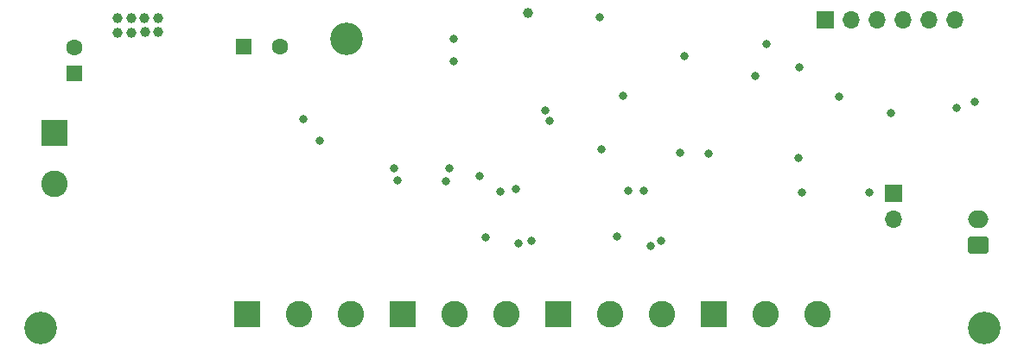
<source format=gbr>
%TF.GenerationSoftware,KiCad,Pcbnew,(6.0.8)*%
%TF.CreationDate,2022-10-05T23:25:23+02:00*%
%TF.ProjectId,DMX_ControllerBoard,444d585f-436f-46e7-9472-6f6c6c657242,rev?*%
%TF.SameCoordinates,Original*%
%TF.FileFunction,Soldermask,Bot*%
%TF.FilePolarity,Negative*%
%FSLAX46Y46*%
G04 Gerber Fmt 4.6, Leading zero omitted, Abs format (unit mm)*
G04 Created by KiCad (PCBNEW (6.0.8)) date 2022-10-05 23:25:23*
%MOMM*%
%LPD*%
G01*
G04 APERTURE LIST*
G04 Aperture macros list*
%AMRoundRect*
0 Rectangle with rounded corners*
0 $1 Rounding radius*
0 $2 $3 $4 $5 $6 $7 $8 $9 X,Y pos of 4 corners*
0 Add a 4 corners polygon primitive as box body*
4,1,4,$2,$3,$4,$5,$6,$7,$8,$9,$2,$3,0*
0 Add four circle primitives for the rounded corners*
1,1,$1+$1,$2,$3*
1,1,$1+$1,$4,$5*
1,1,$1+$1,$6,$7*
1,1,$1+$1,$8,$9*
0 Add four rect primitives between the rounded corners*
20,1,$1+$1,$2,$3,$4,$5,0*
20,1,$1+$1,$4,$5,$6,$7,0*
20,1,$1+$1,$6,$7,$8,$9,0*
20,1,$1+$1,$8,$9,$2,$3,0*%
G04 Aperture macros list end*
%ADD10R,1.600000X1.600000*%
%ADD11C,1.600000*%
%ADD12R,2.600000X2.600000*%
%ADD13C,2.600000*%
%ADD14RoundRect,0.250000X0.750000X-0.600000X0.750000X0.600000X-0.750000X0.600000X-0.750000X-0.600000X0*%
%ADD15O,2.000000X1.700000*%
%ADD16R,1.700000X1.700000*%
%ADD17O,1.700000X1.700000*%
%ADD18C,3.200000*%
%ADD19C,0.800000*%
%ADD20C,1.000000*%
G04 APERTURE END LIST*
D10*
%TO.C,C8*%
X27114500Y-27114500D03*
D11*
X27114500Y-24614500D03*
%TD*%
D10*
%TO.C,C12*%
X43751500Y-24511000D03*
D11*
X47251500Y-24511000D03*
%TD*%
D12*
%TO.C,J3*%
X25209500Y-32956500D03*
D13*
X25209500Y-37956500D03*
%TD*%
D14*
%TO.C,J5*%
X115684300Y-43954700D03*
D15*
X115684300Y-41454700D03*
%TD*%
D12*
%TO.C,J1*%
X44069000Y-50736500D03*
D13*
X49149000Y-50736500D03*
X54229000Y-50736500D03*
%TD*%
D12*
%TO.C,J2*%
X59309000Y-50736500D03*
D13*
X64389000Y-50736500D03*
X69469000Y-50736500D03*
%TD*%
D12*
%TO.C,J4*%
X74549000Y-50736500D03*
D13*
X79629000Y-50736500D03*
X84709000Y-50736500D03*
%TD*%
D12*
%TO.C,J6*%
X89789000Y-50736500D03*
D13*
X94869000Y-50736500D03*
X99949000Y-50736500D03*
%TD*%
D16*
%TO.C,J7*%
X100711000Y-21844000D03*
D17*
X103251000Y-21844000D03*
X105791000Y-21844000D03*
X108331000Y-21844000D03*
X110871000Y-21844000D03*
X113411000Y-21844000D03*
%TD*%
D18*
%TO.C,H1*%
X53797200Y-23723600D03*
%TD*%
%TO.C,H2*%
X23825200Y-52120800D03*
%TD*%
%TO.C,H3*%
X116230400Y-52120800D03*
%TD*%
D16*
%TO.C,JP1*%
X107340400Y-38862000D03*
D17*
X107340400Y-41402000D03*
%TD*%
D19*
X73279000Y-30734000D03*
X82931000Y-38608000D03*
X86487000Y-34925000D03*
X86868000Y-25400000D03*
X81407000Y-38608000D03*
X83566000Y-44069000D03*
X80264000Y-43154000D03*
X84582000Y-43535000D03*
X80899000Y-29337000D03*
X70358000Y-38481000D03*
X78740000Y-34544000D03*
X68834000Y-38735000D03*
X67437000Y-43180000D03*
X70612000Y-43815000D03*
X71882000Y-43561000D03*
X102044500Y-29400500D03*
D20*
X32681333Y-21717000D03*
D19*
X113538000Y-30530800D03*
D20*
X34036000Y-23050500D03*
X33993666Y-21717000D03*
D19*
X64262000Y-23749000D03*
X64262000Y-25908000D03*
D20*
X35306000Y-21717000D03*
D19*
X89281000Y-34988500D03*
X58420000Y-36449000D03*
X98374200Y-38798500D03*
X66802000Y-37211000D03*
X49593500Y-31623000D03*
D20*
X71564500Y-21209000D03*
D19*
X98044000Y-35433000D03*
D20*
X35369500Y-23050500D03*
X32702500Y-23114000D03*
X31369000Y-21717000D03*
D19*
X58801000Y-37592000D03*
D20*
X31369000Y-23114000D03*
D19*
X78613000Y-21590000D03*
X94932500Y-24257000D03*
X63500000Y-37719000D03*
X63881000Y-36449000D03*
X107086400Y-30988000D03*
X104978200Y-38798500D03*
X98171000Y-26543000D03*
X73723500Y-31813500D03*
X51181000Y-33718500D03*
X115366800Y-29870400D03*
X93827600Y-27381200D03*
M02*

</source>
